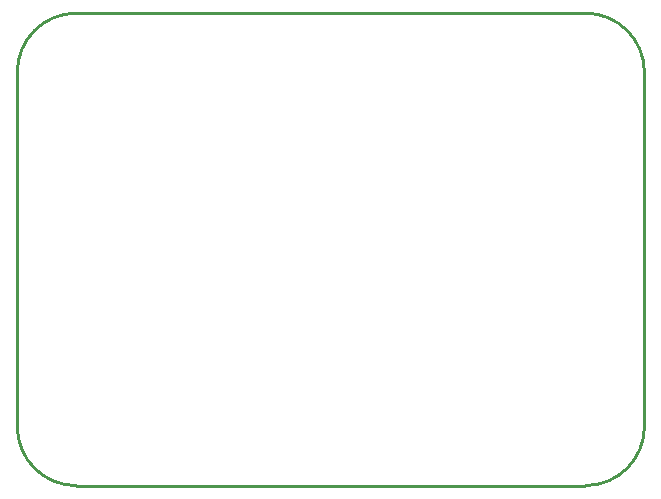
<source format=gbr>
G04*
G04 #@! TF.GenerationSoftware,Altium Limited,Altium Designer,24.4.1 (13)*
G04*
G04 Layer_Color=32896*
%FSLAX25Y25*%
%MOIN*%
G70*
G04*
G04 #@! TF.SameCoordinates,D49A6A7F-BD6C-421B-9F91-F44A7ED913D7*
G04*
G04*
G04 #@! TF.FilePolarity,Positive*
G04*
G01*
G75*
%ADD13C,0.01000*%
D13*
X-19685Y0D02*
G03*
X0Y-19685I19685J0D01*
G01*
X169685Y-19685D02*
G03*
X189370Y0I0J19685D01*
G01*
X0Y137795D02*
G03*
X-19685Y118110I0J-19685D01*
G01*
X189370D02*
G03*
X169685Y137795I-19685J0D01*
G01*
X0D02*
X169685D01*
X189370Y0D02*
Y118110D01*
X0Y-19685D02*
X169685D01*
X-19685Y0D02*
Y118110D01*
M02*

</source>
